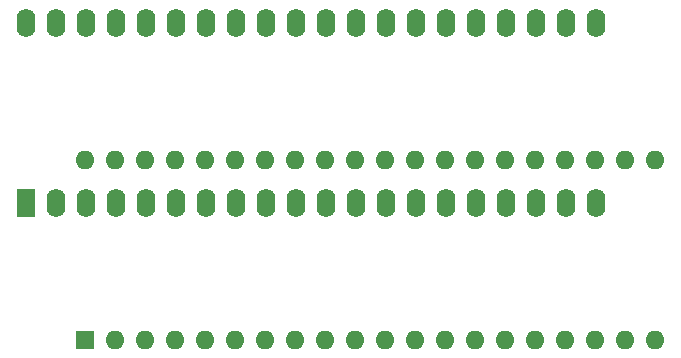
<source format=gbr>
%TF.GenerationSoftware,KiCad,Pcbnew,(6.0.7)*%
%TF.CreationDate,2023-01-02T03:09:55+00:00*%
%TF.ProjectId,CPC-40007AdapterLM1117,4350432d-3430-4303-9037-416461707465,rev?*%
%TF.SameCoordinates,Original*%
%TF.FileFunction,Soldermask,Bot*%
%TF.FilePolarity,Negative*%
%FSLAX46Y46*%
G04 Gerber Fmt 4.6, Leading zero omitted, Abs format (unit mm)*
G04 Created by KiCad (PCBNEW (6.0.7)) date 2023-01-02 03:09:55*
%MOMM*%
%LPD*%
G01*
G04 APERTURE LIST*
%ADD10R,1.600000X2.400000*%
%ADD11O,1.600000X2.400000*%
%ADD12R,1.600000X1.600000*%
%ADD13O,1.600000X1.600000*%
G04 APERTURE END LIST*
D10*
%TO.C,IC2*%
X141305200Y-33812400D03*
D11*
X143845200Y-33812400D03*
X146385200Y-33812400D03*
X148925200Y-33812400D03*
X151465200Y-33812400D03*
X154005200Y-33812400D03*
X156545200Y-33812400D03*
X159085200Y-33812400D03*
X161625200Y-33812400D03*
X164165200Y-33812400D03*
X166705200Y-33812400D03*
X169245200Y-33812400D03*
X171785200Y-33812400D03*
X174325200Y-33812400D03*
X176865200Y-33812400D03*
X179405200Y-33812400D03*
X181945200Y-33812400D03*
X184485200Y-33812400D03*
X187025200Y-33812400D03*
X189565200Y-33812400D03*
X189565200Y-18572400D03*
X187025200Y-18572400D03*
X184485200Y-18572400D03*
X181945200Y-18572400D03*
X179405200Y-18572400D03*
X176865200Y-18572400D03*
X174325200Y-18572400D03*
X171785200Y-18572400D03*
X169245200Y-18572400D03*
X166705200Y-18572400D03*
X164165200Y-18572400D03*
X161625200Y-18572400D03*
X159085200Y-18572400D03*
X156545200Y-18572400D03*
X154005200Y-18572400D03*
X151465200Y-18572400D03*
X148925200Y-18572400D03*
X146385200Y-18572400D03*
X143845200Y-18572400D03*
X141305200Y-18572400D03*
%TD*%
D12*
%TO.C,IC3*%
X146349200Y-45416000D03*
D13*
X148889200Y-45416000D03*
X151429200Y-45416000D03*
X153969200Y-45416000D03*
X156509200Y-45416000D03*
X159049200Y-45416000D03*
X161589200Y-45416000D03*
X164129200Y-45416000D03*
X166669200Y-45416000D03*
X169209200Y-45416000D03*
X171749200Y-45416000D03*
X174289200Y-45416000D03*
X176829200Y-45416000D03*
X179369200Y-45416000D03*
X181909200Y-45416000D03*
X184449200Y-45416000D03*
X186989200Y-45416000D03*
X189529200Y-45416000D03*
X192069200Y-45416000D03*
X194609200Y-45416000D03*
X194609200Y-30176000D03*
X192069200Y-30176000D03*
X189529200Y-30176000D03*
X186989200Y-30176000D03*
X184449200Y-30176000D03*
X181909200Y-30176000D03*
X179369200Y-30176000D03*
X176829200Y-30176000D03*
X174289200Y-30176000D03*
X171749200Y-30176000D03*
X169209200Y-30176000D03*
X166669200Y-30176000D03*
X164129200Y-30176000D03*
X161589200Y-30176000D03*
X159049200Y-30176000D03*
X156509200Y-30176000D03*
X153969200Y-30176000D03*
X151429200Y-30176000D03*
X148889200Y-30176000D03*
X146349200Y-30176000D03*
%TD*%
M02*

</source>
